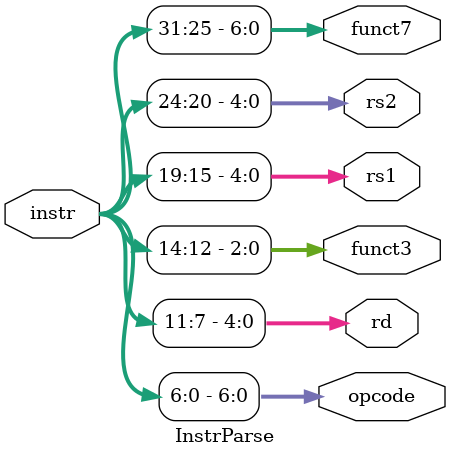
<source format=v>
`timescale 1ns / 1ps

module InstrParse(
    output [6:0] opcode,     //Ö¸Áî±àÂë7Î»
    output [4:0] rd,         //Ä¿µÄ¼Ä´æÆ÷±àºÅ5Î»
    output [2:0] funct3,     //3Î»¹¦ÄÜÂë
    output [4:0] rs1,        //Ô´¼Ä´æÆ÷1±àºÅ5Î»
    output [4:0] rs2,        //Ô´¼Ä´æÆ÷2±àºÅ5Î»
    output [6:0] funct7,     //7Î»¹¦ÄÜÂë
    input [31:0] instr       //Ö¸Áî   
 );
    assign opcode = instr[6:0];
    assign rd = instr[11:7];
    assign funct3 = instr[14:12];
    assign rs1 = instr[19:15];
    assign rs2 = instr[24:20];
    assign funct7 = instr[31:25];
endmodule

</source>
